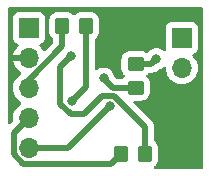
<source format=gbr>
%TF.GenerationSoftware,KiCad,Pcbnew,8.0.0-dirty*%
%TF.CreationDate,2024-03-12T22:33:29-04:00*%
%TF.ProjectId,MotorDriverVNH,4d6f746f-7244-4726-9976-6572564e482e,rev?*%
%TF.SameCoordinates,Original*%
%TF.FileFunction,Copper,L2,Bot*%
%TF.FilePolarity,Positive*%
%FSLAX46Y46*%
G04 Gerber Fmt 4.6, Leading zero omitted, Abs format (unit mm)*
G04 Created by KiCad (PCBNEW 8.0.0-dirty) date 2024-03-12 22:33:29*
%MOMM*%
%LPD*%
G01*
G04 APERTURE LIST*
G04 Aperture macros list*
%AMRoundRect*
0 Rectangle with rounded corners*
0 $1 Rounding radius*
0 $2 $3 $4 $5 $6 $7 $8 $9 X,Y pos of 4 corners*
0 Add a 4 corners polygon primitive as box body*
4,1,4,$2,$3,$4,$5,$6,$7,$8,$9,$2,$3,0*
0 Add four circle primitives for the rounded corners*
1,1,$1+$1,$2,$3*
1,1,$1+$1,$4,$5*
1,1,$1+$1,$6,$7*
1,1,$1+$1,$8,$9*
0 Add four rect primitives between the rounded corners*
20,1,$1+$1,$2,$3,$4,$5,0*
20,1,$1+$1,$4,$5,$6,$7,0*
20,1,$1+$1,$6,$7,$8,$9,0*
20,1,$1+$1,$8,$9,$2,$3,0*%
G04 Aperture macros list end*
%TA.AperFunction,ComponentPad*%
%ADD10R,1.700000X1.700000*%
%TD*%
%TA.AperFunction,ComponentPad*%
%ADD11O,1.700000X1.700000*%
%TD*%
%TA.AperFunction,SMDPad,CuDef*%
%ADD12RoundRect,0.250000X-0.450000X0.350000X-0.450000X-0.350000X0.450000X-0.350000X0.450000X0.350000X0*%
%TD*%
%TA.AperFunction,SMDPad,CuDef*%
%ADD13RoundRect,0.250000X-0.350000X-0.450000X0.350000X-0.450000X0.350000X0.450000X-0.350000X0.450000X0*%
%TD*%
%TA.AperFunction,ViaPad*%
%ADD14C,0.800000*%
%TD*%
%TA.AperFunction,Conductor*%
%ADD15C,0.500000*%
%TD*%
G04 APERTURE END LIST*
D10*
%TO.P,J1,1,Pin_1*%
%TO.N,Net-(IC1-OUT_A_1)*%
X84307500Y-67402000D03*
D11*
%TO.P,J1,2,Pin_2*%
%TO.N,Net-(IC1-OUT_B_1)*%
X84307500Y-69942000D03*
%TD*%
D12*
%TO.P,R3,1*%
%TO.N,Net-(IC1-PWM)*%
X80400000Y-69600000D03*
%TO.P,R3,2*%
%TO.N,PWM*%
X80400000Y-71600000D03*
%TD*%
D10*
%TO.P,J3,1,Pin_1*%
%TO.N,12v*%
X71374000Y-66548000D03*
D11*
%TO.P,J3,2,Pin_2*%
%TO.N,GND*%
X71374000Y-69088000D03*
%TO.P,J3,3,Pin_3*%
%TO.N,Direction2*%
X71374000Y-71628000D03*
%TO.P,J3,4,Pin_4*%
%TO.N,Direction1*%
X71374000Y-74168000D03*
%TO.P,J3,5,Pin_5*%
%TO.N,PWM*%
X71374000Y-76708000D03*
%TD*%
D13*
%TO.P,R1,1*%
%TO.N,Direction1*%
X79200000Y-77200000D03*
%TO.P,R1,2*%
%TO.N,Net-(IC1-IN_A)*%
X81200000Y-77200000D03*
%TD*%
%TO.P,R2,1*%
%TO.N,Direction2*%
X74200000Y-66400000D03*
%TO.P,R2,2*%
%TO.N,Net-(IC1-IN_B)*%
X76200000Y-66400000D03*
%TD*%
D14*
%TO.N,PWM*%
X78232000Y-73152000D03*
X77700000Y-70830000D03*
%TO.N,Net-(IC1-IN_A)*%
X74970000Y-68900000D03*
%TO.N,Net-(IC1-PWM)*%
X82170000Y-69170000D03*
%TO.N,Net-(IC1-IN_B)*%
X75020500Y-72757000D03*
%TD*%
D15*
%TO.N,Direction1*%
X78340000Y-78060000D02*
X79200000Y-77200000D01*
X70887522Y-78060000D02*
X78340000Y-78060000D01*
X70074000Y-77246478D02*
X70887522Y-78060000D01*
X70074000Y-75468000D02*
X70074000Y-77246478D01*
X71374000Y-74168000D02*
X70074000Y-75468000D01*
%TO.N,Direction2*%
X74200000Y-68100478D02*
X74200000Y-66400000D01*
X71374000Y-71628000D02*
X71374000Y-70926478D01*
X71374000Y-70926478D02*
X74200000Y-68100478D01*
%TO.N,PWM*%
X77700000Y-70830000D02*
X77690000Y-70830000D01*
X78460000Y-71600000D02*
X77700000Y-70840000D01*
X77690000Y-70830000D02*
X77710000Y-70850000D01*
X80400000Y-71600000D02*
X78460000Y-71600000D01*
X71374000Y-76708000D02*
X74676000Y-76708000D01*
X74676000Y-76708000D02*
X78232000Y-73152000D01*
X77700000Y-70840000D02*
X77700000Y-70830000D01*
%TO.N,Net-(IC1-IN_A)*%
X74921418Y-73860000D02*
X76030000Y-73860000D01*
X74970000Y-68900000D02*
X74030000Y-69840000D01*
X77588000Y-72302000D02*
X78584082Y-72302000D01*
X74030000Y-72968582D02*
X74921418Y-73860000D01*
X74970000Y-68900000D02*
X74960000Y-68910000D01*
X78584082Y-72302000D02*
X81200000Y-74917918D01*
X74030000Y-69840000D02*
X74030000Y-72968582D01*
X76030000Y-73860000D02*
X77588000Y-72302000D01*
X81200000Y-74917918D02*
X81200000Y-77200000D01*
%TO.N,Net-(IC1-PWM)*%
X80400000Y-69600000D02*
X81740000Y-69600000D01*
X81740000Y-69600000D02*
X82170000Y-69170000D01*
%TO.N,Net-(IC1-IN_B)*%
X76200000Y-71577500D02*
X76200000Y-66400000D01*
X75020500Y-72757000D02*
X76200000Y-71577500D01*
%TD*%
%TA.AperFunction,Conductor*%
%TO.N,GND*%
G36*
X86049039Y-64789685D02*
G01*
X86094794Y-64842489D01*
X86106000Y-64894000D01*
X86106000Y-78362000D01*
X86086315Y-78429039D01*
X86033511Y-78474794D01*
X85982000Y-78486000D01*
X82061461Y-78486000D01*
X81994422Y-78466315D01*
X81948667Y-78413511D01*
X81938723Y-78344353D01*
X81967748Y-78280797D01*
X81996365Y-78256461D01*
X82018656Y-78242712D01*
X82142712Y-78118656D01*
X82234814Y-77969334D01*
X82289999Y-77802797D01*
X82300500Y-77700009D01*
X82300499Y-76699992D01*
X82289999Y-76597203D01*
X82234814Y-76430666D01*
X82142712Y-76281344D01*
X82018656Y-76157288D01*
X82018655Y-76157287D01*
X82009402Y-76151580D01*
X81962678Y-76099632D01*
X81950500Y-76046042D01*
X81950500Y-74843999D01*
X81950499Y-74843998D01*
X81942328Y-74802916D01*
X81921659Y-74699006D01*
X81867408Y-74568035D01*
X81865765Y-74563443D01*
X81865084Y-74562423D01*
X81832186Y-74513188D01*
X81809678Y-74479501D01*
X81782956Y-74439507D01*
X81782952Y-74439502D01*
X80255630Y-72912180D01*
X80222145Y-72850857D01*
X80227129Y-72781165D01*
X80269001Y-72725232D01*
X80334465Y-72700815D01*
X80343311Y-72700499D01*
X80900002Y-72700499D01*
X80900008Y-72700499D01*
X81002797Y-72689999D01*
X81169334Y-72634814D01*
X81318656Y-72542712D01*
X81442712Y-72418656D01*
X81534814Y-72269334D01*
X81589999Y-72102797D01*
X81600500Y-72000009D01*
X81600499Y-71199992D01*
X81589999Y-71097203D01*
X81534814Y-70930666D01*
X81442712Y-70781344D01*
X81349049Y-70687681D01*
X81315564Y-70626358D01*
X81320548Y-70556666D01*
X81349049Y-70512319D01*
X81442712Y-70418656D01*
X81448420Y-70409402D01*
X81500368Y-70362678D01*
X81553958Y-70350500D01*
X81813920Y-70350500D01*
X81931198Y-70327171D01*
X81958913Y-70321658D01*
X82095495Y-70265084D01*
X82185687Y-70204820D01*
X82218416Y-70182952D01*
X82322770Y-70078596D01*
X82384093Y-70045112D01*
X82384671Y-70044988D01*
X82426776Y-70036038D01*
X82449803Y-70031144D01*
X82449805Y-70031142D01*
X82449808Y-70031142D01*
X82519750Y-70000001D01*
X82622730Y-69954151D01*
X82755861Y-69857425D01*
X82821665Y-69833947D01*
X82889719Y-69849772D01*
X82938413Y-69899878D01*
X82952272Y-69946937D01*
X82972436Y-70177403D01*
X82972438Y-70177413D01*
X83033594Y-70405655D01*
X83033596Y-70405659D01*
X83033597Y-70405663D01*
X83083332Y-70512319D01*
X83133465Y-70619830D01*
X83133467Y-70619834D01*
X83229230Y-70756597D01*
X83269005Y-70813401D01*
X83436099Y-70980495D01*
X83532884Y-71048265D01*
X83629665Y-71116032D01*
X83629667Y-71116033D01*
X83629670Y-71116035D01*
X83843837Y-71215903D01*
X84072092Y-71277063D01*
X84260418Y-71293539D01*
X84307499Y-71297659D01*
X84307500Y-71297659D01*
X84307501Y-71297659D01*
X84346734Y-71294226D01*
X84542908Y-71277063D01*
X84771163Y-71215903D01*
X84985330Y-71116035D01*
X85178901Y-70980495D01*
X85345995Y-70813401D01*
X85481535Y-70619830D01*
X85581403Y-70405663D01*
X85642563Y-70177408D01*
X85663159Y-69942000D01*
X85642563Y-69706592D01*
X85581403Y-69478337D01*
X85481535Y-69264171D01*
X85436590Y-69199983D01*
X85345996Y-69070600D01*
X85297570Y-69022174D01*
X85224067Y-68948671D01*
X85190584Y-68887351D01*
X85195568Y-68817659D01*
X85237439Y-68761725D01*
X85268415Y-68744810D01*
X85399831Y-68695796D01*
X85515046Y-68609546D01*
X85601296Y-68494331D01*
X85651591Y-68359483D01*
X85658000Y-68299873D01*
X85657999Y-66504128D01*
X85651591Y-66444517D01*
X85601296Y-66309669D01*
X85601295Y-66309668D01*
X85601293Y-66309664D01*
X85515047Y-66194455D01*
X85515044Y-66194452D01*
X85399835Y-66108206D01*
X85399828Y-66108202D01*
X85264982Y-66057908D01*
X85264983Y-66057908D01*
X85205383Y-66051501D01*
X85205381Y-66051500D01*
X85205373Y-66051500D01*
X85205364Y-66051500D01*
X83409629Y-66051500D01*
X83409623Y-66051501D01*
X83350016Y-66057908D01*
X83215171Y-66108202D01*
X83215164Y-66108206D01*
X83099955Y-66194452D01*
X83099952Y-66194455D01*
X83013706Y-66309664D01*
X83013702Y-66309671D01*
X82963408Y-66444517D01*
X82957001Y-66504116D01*
X82957001Y-66504123D01*
X82957000Y-66504135D01*
X82957000Y-68299870D01*
X82957001Y-68299876D01*
X82963408Y-68359483D01*
X82964670Y-68364821D01*
X82960927Y-68434591D01*
X82920058Y-68491261D01*
X82855039Y-68516840D01*
X82786513Y-68503206D01*
X82771115Y-68493656D01*
X82622730Y-68385849D01*
X82622729Y-68385848D01*
X82449807Y-68308857D01*
X82449802Y-68308855D01*
X82304001Y-68277865D01*
X82264646Y-68269500D01*
X82075354Y-68269500D01*
X82042897Y-68276398D01*
X81890197Y-68308855D01*
X81890192Y-68308857D01*
X81717270Y-68385848D01*
X81717265Y-68385851D01*
X81564132Y-68497109D01*
X81564129Y-68497111D01*
X81564129Y-68497112D01*
X81462893Y-68609546D01*
X81452964Y-68620573D01*
X81393477Y-68657221D01*
X81323620Y-68655890D01*
X81295718Y-68643139D01*
X81169340Y-68565189D01*
X81169335Y-68565187D01*
X81169334Y-68565186D01*
X81002797Y-68510001D01*
X81002795Y-68510000D01*
X80900010Y-68499500D01*
X79899998Y-68499500D01*
X79899980Y-68499501D01*
X79797203Y-68510000D01*
X79797200Y-68510001D01*
X79630668Y-68565185D01*
X79630663Y-68565187D01*
X79481342Y-68657289D01*
X79357289Y-68781342D01*
X79265187Y-68930663D01*
X79265185Y-68930668D01*
X79254803Y-68962000D01*
X79210001Y-69097203D01*
X79210001Y-69097204D01*
X79210000Y-69097204D01*
X79199500Y-69199983D01*
X79199500Y-70000001D01*
X79199501Y-70000019D01*
X79210000Y-70102796D01*
X79210001Y-70102799D01*
X79265185Y-70269331D01*
X79265187Y-70269336D01*
X79297460Y-70321659D01*
X79357287Y-70418655D01*
X79357289Y-70418657D01*
X79450951Y-70512319D01*
X79484436Y-70573642D01*
X79479452Y-70643334D01*
X79450951Y-70687681D01*
X79357288Y-70781343D01*
X79357287Y-70781344D01*
X79351580Y-70790598D01*
X79299632Y-70837322D01*
X79246042Y-70849500D01*
X78822229Y-70849500D01*
X78755190Y-70829815D01*
X78734548Y-70813181D01*
X78617584Y-70696217D01*
X78587334Y-70646854D01*
X78580674Y-70626358D01*
X78527179Y-70461716D01*
X78432533Y-70297784D01*
X78305871Y-70157112D01*
X78297277Y-70150868D01*
X78152734Y-70045851D01*
X78152729Y-70045848D01*
X77979807Y-69968857D01*
X77979802Y-69968855D01*
X77834001Y-69937865D01*
X77794646Y-69929500D01*
X77605354Y-69929500D01*
X77572897Y-69936398D01*
X77420197Y-69968855D01*
X77420192Y-69968857D01*
X77247270Y-70045848D01*
X77247265Y-70045851D01*
X77147385Y-70118419D01*
X77081579Y-70141899D01*
X77013525Y-70126073D01*
X76964830Y-70075968D01*
X76950500Y-70018101D01*
X76950500Y-67553957D01*
X76970185Y-67486918D01*
X77009407Y-67448416D01*
X77018656Y-67442712D01*
X77142712Y-67318656D01*
X77234814Y-67169334D01*
X77289999Y-67002797D01*
X77300500Y-66900009D01*
X77300499Y-65899992D01*
X77289999Y-65797203D01*
X77234814Y-65630666D01*
X77142712Y-65481344D01*
X77018656Y-65357288D01*
X76869334Y-65265186D01*
X76702797Y-65210001D01*
X76702795Y-65210000D01*
X76600010Y-65199500D01*
X75799998Y-65199500D01*
X75799980Y-65199501D01*
X75697203Y-65210000D01*
X75697200Y-65210001D01*
X75530668Y-65265185D01*
X75530663Y-65265187D01*
X75381342Y-65357289D01*
X75287681Y-65450951D01*
X75226358Y-65484436D01*
X75156666Y-65479452D01*
X75112319Y-65450951D01*
X75018657Y-65357289D01*
X75018656Y-65357288D01*
X74869334Y-65265186D01*
X74702797Y-65210001D01*
X74702795Y-65210000D01*
X74600010Y-65199500D01*
X73799998Y-65199500D01*
X73799980Y-65199501D01*
X73697203Y-65210000D01*
X73697200Y-65210001D01*
X73530668Y-65265185D01*
X73530663Y-65265187D01*
X73381342Y-65357289D01*
X73257289Y-65481342D01*
X73165187Y-65630663D01*
X73165185Y-65630668D01*
X73137349Y-65714670D01*
X73110001Y-65797203D01*
X73110001Y-65797204D01*
X73110000Y-65797204D01*
X73099500Y-65899983D01*
X73099500Y-66900001D01*
X73099501Y-66900019D01*
X73110000Y-67002796D01*
X73110001Y-67002799D01*
X73165185Y-67169331D01*
X73165186Y-67169334D01*
X73257288Y-67318656D01*
X73381344Y-67442712D01*
X73390591Y-67448416D01*
X73437318Y-67500360D01*
X73449500Y-67553957D01*
X73449500Y-67738247D01*
X73429815Y-67805286D01*
X73413181Y-67825928D01*
X72762211Y-68476897D01*
X72700888Y-68510382D01*
X72631196Y-68505398D01*
X72575263Y-68463526D01*
X72562148Y-68441621D01*
X72547599Y-68410421D01*
X72547597Y-68410417D01*
X72412113Y-68216926D01*
X72412108Y-68216920D01*
X72290053Y-68094865D01*
X72256568Y-68033542D01*
X72261552Y-67963850D01*
X72303424Y-67907917D01*
X72334400Y-67891002D01*
X72466331Y-67841796D01*
X72581546Y-67755546D01*
X72667796Y-67640331D01*
X72718091Y-67505483D01*
X72724500Y-67445873D01*
X72724499Y-65650128D01*
X72718091Y-65590517D01*
X72678525Y-65484436D01*
X72667797Y-65455671D01*
X72667793Y-65455664D01*
X72581547Y-65340455D01*
X72581544Y-65340452D01*
X72466335Y-65254206D01*
X72466328Y-65254202D01*
X72331482Y-65203908D01*
X72331483Y-65203908D01*
X72271883Y-65197501D01*
X72271881Y-65197500D01*
X72271873Y-65197500D01*
X72271864Y-65197500D01*
X70476129Y-65197500D01*
X70476123Y-65197501D01*
X70416516Y-65203908D01*
X70281671Y-65254202D01*
X70281664Y-65254206D01*
X70166455Y-65340452D01*
X70166452Y-65340455D01*
X70080206Y-65455664D01*
X70080202Y-65455671D01*
X70029908Y-65590517D01*
X70025592Y-65630666D01*
X70023501Y-65650123D01*
X70023500Y-65650135D01*
X70023500Y-67445870D01*
X70023501Y-67445876D01*
X70029908Y-67505483D01*
X70080202Y-67640328D01*
X70080206Y-67640335D01*
X70166452Y-67755544D01*
X70166455Y-67755547D01*
X70281664Y-67841793D01*
X70281671Y-67841797D01*
X70281674Y-67841798D01*
X70413598Y-67891002D01*
X70469531Y-67932873D01*
X70493949Y-67998337D01*
X70479098Y-68066610D01*
X70457947Y-68094865D01*
X70335886Y-68216926D01*
X70200400Y-68410420D01*
X70200399Y-68410422D01*
X70100570Y-68624507D01*
X70100567Y-68624513D01*
X70043364Y-68837999D01*
X70043364Y-68838000D01*
X70940988Y-68838000D01*
X70908075Y-68895007D01*
X70874000Y-69022174D01*
X70874000Y-69153826D01*
X70908075Y-69280993D01*
X70940988Y-69338000D01*
X70043364Y-69338000D01*
X70100567Y-69551486D01*
X70100570Y-69551492D01*
X70200399Y-69765578D01*
X70335894Y-69959082D01*
X70502917Y-70126105D01*
X70688595Y-70256119D01*
X70732219Y-70310696D01*
X70739412Y-70380195D01*
X70707890Y-70442549D01*
X70688595Y-70459269D01*
X70502594Y-70589508D01*
X70335505Y-70756597D01*
X70199965Y-70950169D01*
X70199964Y-70950171D01*
X70100098Y-71164335D01*
X70100094Y-71164344D01*
X70038938Y-71392586D01*
X70038936Y-71392596D01*
X70018341Y-71627999D01*
X70018341Y-71628000D01*
X70038936Y-71863403D01*
X70038938Y-71863413D01*
X70100094Y-72091655D01*
X70100096Y-72091659D01*
X70100097Y-72091663D01*
X70105288Y-72102795D01*
X70199965Y-72305830D01*
X70199967Y-72305834D01*
X70335501Y-72499395D01*
X70335506Y-72499402D01*
X70502597Y-72666493D01*
X70502603Y-72666498D01*
X70688158Y-72796425D01*
X70731783Y-72851002D01*
X70738977Y-72920500D01*
X70707454Y-72982855D01*
X70688158Y-72999575D01*
X70502597Y-73129505D01*
X70335505Y-73296597D01*
X70199965Y-73490169D01*
X70199964Y-73490171D01*
X70100098Y-73704335D01*
X70100094Y-73704344D01*
X70038938Y-73932586D01*
X70038936Y-73932596D01*
X70018341Y-74167999D01*
X70018341Y-74168001D01*
X70036977Y-74381013D01*
X70023210Y-74449513D01*
X70001130Y-74479501D01*
X69807681Y-74672951D01*
X69746358Y-74706436D01*
X69676667Y-74701452D01*
X69620733Y-74659581D01*
X69596316Y-74594116D01*
X69596000Y-74585270D01*
X69596000Y-64894000D01*
X69615685Y-64826961D01*
X69668489Y-64781206D01*
X69720000Y-64770000D01*
X85982000Y-64770000D01*
X86049039Y-64789685D01*
G37*
%TD.AperFunction*%
%TD*%
M02*

</source>
